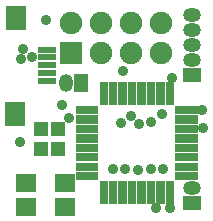
<source format=gbr>
G04 DipTrace 2.4.0.2*
%INTopMask.gbr*%
%MOIN*%
%ADD42C,0.0748*%
%ADD46R,0.0748X0.0748*%
%ADD50O,0.0472X0.0591*%
%ADD52R,0.0472X0.0591*%
%ADD60R,0.0709X0.0591*%
%ADD62R,0.0669X0.0827*%
%ADD64R,0.063X0.0236*%
%ADD66R,0.0472X0.0512*%
%ADD68C,0.0354*%
%ADD70O,0.0591X0.0472*%
%ADD74R,0.0591X0.0472*%
%FSLAX44Y44*%
G04*
G70*
G90*
G75*
G01*
%LNTopMask*%
%LPD*%
G36*
X6280Y7421D2*
Y7697D1*
X7028D1*
Y7421D1*
X6280D1*
G37*
G36*
Y7106D2*
Y7382D1*
X7028D1*
Y7106D1*
X6280D1*
G37*
G36*
Y6791D2*
Y7067D1*
X7028D1*
Y6791D1*
X6280D1*
G37*
G36*
Y6476D2*
Y6752D1*
X7028D1*
Y6476D1*
X6280D1*
G37*
G36*
Y6161D2*
Y6437D1*
X7028D1*
Y6161D1*
X6280D1*
G37*
G36*
Y5846D2*
Y6122D1*
X7028D1*
Y5846D1*
X6280D1*
G37*
G36*
Y5531D2*
Y5807D1*
X7028D1*
Y5531D1*
X6280D1*
G37*
G36*
Y5217D2*
Y5492D1*
X7028D1*
Y5217D1*
X6280D1*
G37*
G36*
X7067Y5177D2*
X7343D1*
Y4429D1*
X7067D1*
Y5177D1*
G37*
G36*
X7382D2*
X7657D1*
Y4429D1*
X7382D1*
Y5177D1*
G37*
G36*
X7697D2*
X7972D1*
Y4429D1*
X7697D1*
Y5177D1*
G37*
G36*
X8012D2*
X8287D1*
Y4429D1*
X8012D1*
Y5177D1*
G37*
G36*
X8327D2*
X8602D1*
Y4429D1*
X8327D1*
Y5177D1*
G37*
G36*
X8642D2*
X8917D1*
Y4429D1*
X8642D1*
Y5177D1*
G37*
G36*
X8957D2*
X9232D1*
Y4429D1*
X8957D1*
Y5177D1*
G37*
G36*
X9272D2*
X9547D1*
Y4429D1*
X9272D1*
Y5177D1*
G37*
G36*
X9587Y5217D2*
Y5492D1*
X10335D1*
Y5217D1*
X9587D1*
G37*
G36*
Y5531D2*
Y5807D1*
X10335D1*
Y5531D1*
X9587D1*
G37*
G36*
Y5846D2*
Y6122D1*
X10335D1*
Y5846D1*
X9587D1*
G37*
G36*
Y6161D2*
Y6437D1*
X10335D1*
Y6161D1*
X9587D1*
G37*
G36*
Y6476D2*
Y6752D1*
X10335D1*
Y6476D1*
X9587D1*
G37*
G36*
Y6791D2*
Y7067D1*
X10335D1*
Y6791D1*
X9587D1*
G37*
G36*
Y7106D2*
Y7382D1*
X10335D1*
Y7106D1*
X9587D1*
G37*
G36*
Y7421D2*
Y7697D1*
X10335D1*
Y7421D1*
X9587D1*
G37*
G36*
X9272Y8484D2*
X9547D1*
Y7736D1*
X9272D1*
Y8484D1*
G37*
G36*
X8957D2*
X9232D1*
Y7736D1*
X8957D1*
Y8484D1*
G37*
G36*
X8642D2*
X8917D1*
Y7736D1*
X8642D1*
Y8484D1*
G37*
G36*
X8327D2*
X8602D1*
Y7736D1*
X8327D1*
Y8484D1*
G37*
G36*
X8012D2*
X8287D1*
Y7736D1*
X8012D1*
Y8484D1*
G37*
G36*
X7697D2*
X7972D1*
Y7736D1*
X7697D1*
Y8484D1*
G37*
G36*
X7382D2*
X7657D1*
Y7736D1*
X7382D1*
Y8484D1*
G37*
G36*
X7067D2*
X7343D1*
Y7736D1*
X7067D1*
Y8484D1*
G37*
D74*
X10157Y8740D3*
D70*
Y9240D3*
Y9740D3*
Y10240D3*
Y10740D3*
D68*
X10472Y7559D3*
X7520Y5591D3*
X7913D3*
X8346Y5551D3*
X8780Y5591D3*
X9173D3*
X7795Y7126D3*
X9409Y4291D3*
X6063Y7283D3*
D66*
X5669Y6260D3*
Y6929D3*
X5118Y6260D3*
Y6929D3*
D64*
X5315Y8543D3*
Y8799D3*
Y9055D3*
Y9311D3*
Y9567D3*
D62*
X4291Y10630D3*
X4252Y7441D3*
D60*
X4606Y4331D3*
X5906D3*
X4606Y5118D3*
X5906D3*
D68*
X5276Y10551D3*
D52*
X6457Y8465D3*
D50*
X5957D3*
D74*
X10157Y4449D3*
D70*
Y4949D3*
D68*
X4409Y6496D3*
D46*
X6102Y9449D3*
D42*
Y10449D3*
X7102Y9449D3*
Y10449D3*
X8102Y9449D3*
Y10449D3*
X9102Y9449D3*
Y10449D3*
D68*
X8110Y7362D3*
X8386Y7087D3*
X8780Y7165D3*
X9134Y7441D3*
X4528Y9606D3*
X4449Y9252D3*
X4803Y9331D3*
X10512Y6969D3*
X9488Y8622D3*
X7835Y8858D3*
X5827Y7717D3*
X8937Y4291D3*
M02*

</source>
